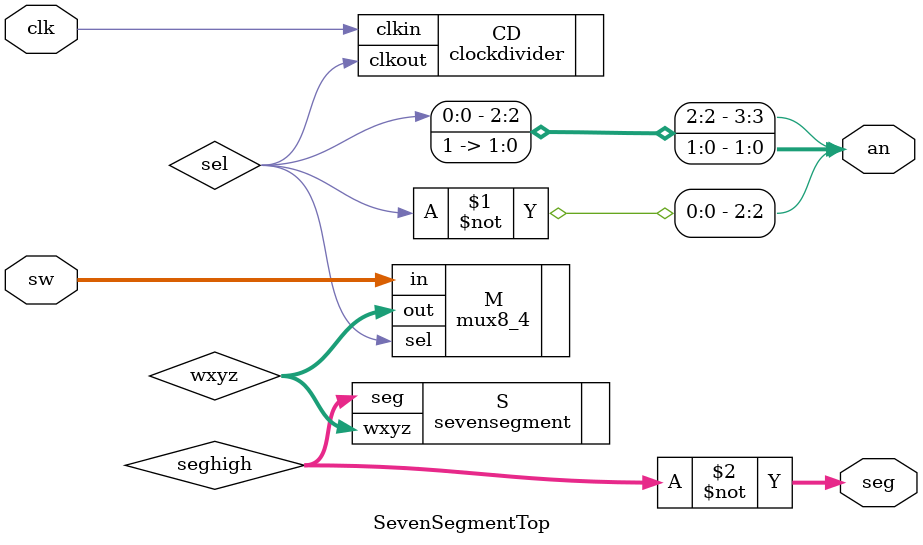
<source format=v>
`timescale 1ns / 1ps
module SevenSegmentTop(
    input clk,
    input [7:0] sw,
    output [3:0] an,
    output [6:0] seg
    );

	wire sel;
	wire [6:0] seghigh;
	wire [3:0] wxyz;
	
	assign an={sel,~sel,2'b11};
	assign seg=~seghigh;
	
	clockdivider CD(
		.clkin(clk),
		.clkout(sel)
     );
	 
	 mux8_4 M(
		.in(sw),
		.out(wxyz),
		.sel(sel)
	  );
	
	sevensegment S(
		.wxyz(wxyz),
		.seg(seghigh)
	  );
	  
	  
endmodule

</source>
